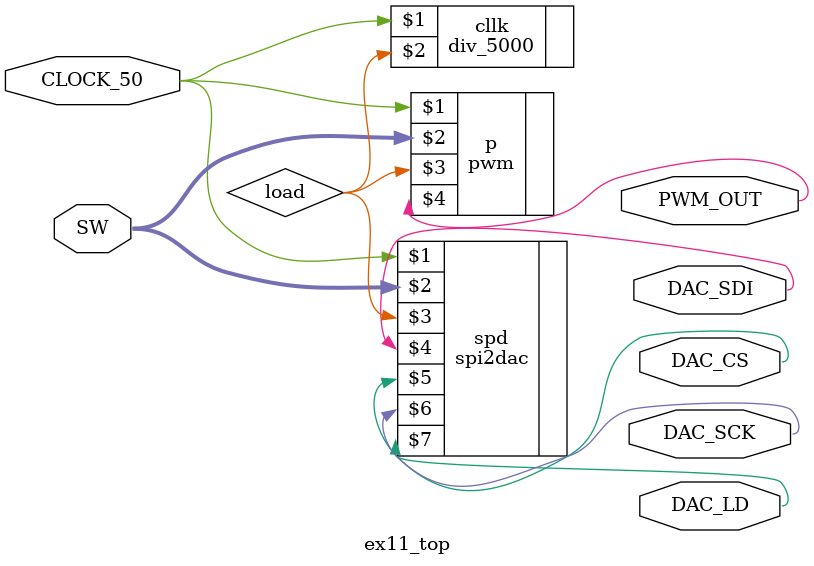
<source format=v>
module ex11_top (SW, CLOCK_50, DAC_CS, DAC_SDI, DAC_LD, DAC_SCK, PWM_OUT);

input [9:0] SW;
input CLOCK_50 ;

output DAC_CS ;
output DAC_SDI ;
output DAC_LD ;
output DAC_SCK ;
output PWM_OUT ;
wire load;




div_5000 cllk(CLOCK_50, load);


spi2dac spd(CLOCK_50 , SW, load, DAC_SDI, DAC_CS, DAC_SCK, DAC_LD);

pwm p(CLOCK_50, SW, load, PWM_OUT);

endmodule

</source>
